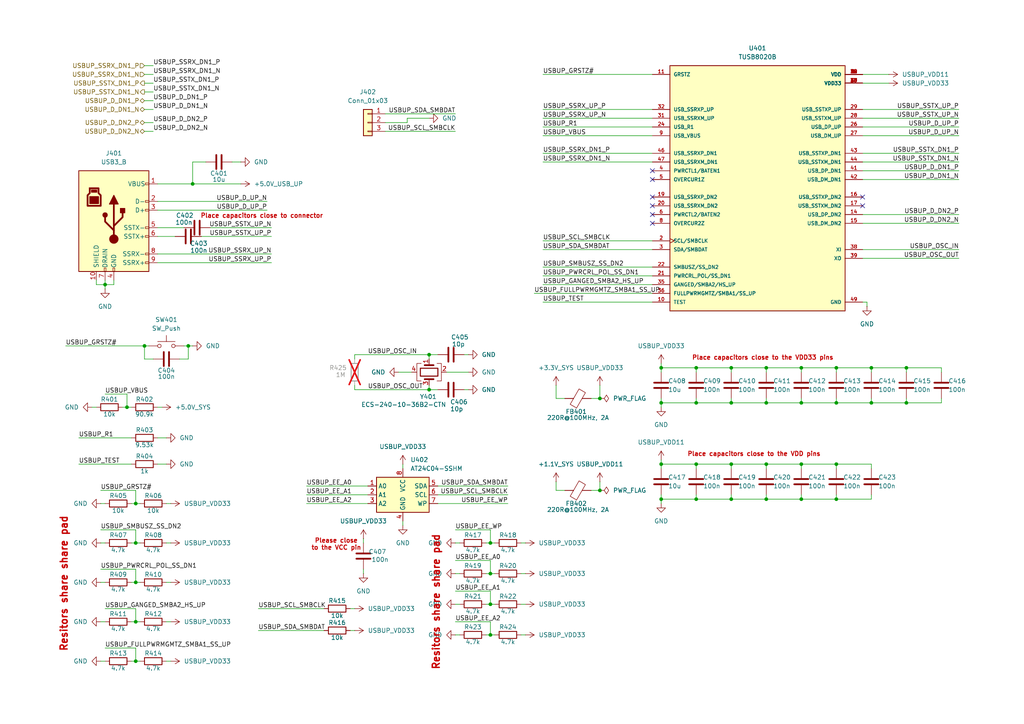
<source format=kicad_sch>
(kicad_sch (version 20231120) (generator "eeschema") (generator_version "8.0")
  (paper "A4")
  (title_block (title "USB Upstream") (date "2024-11-20") (rev "1.00") (company "elezbyl"))
  (junction (at 39.37 191.77))
  (junction (at 142.24 166.37))
  (junction (at 124.46 113.03))
  (junction (at 242.57 144.78))
  (junction (at 191.77 134.62))
  (junction (at 201.93 144.78))
  (junction (at 222.25 116.84))
  (junction (at 39.37 180.34))
  (junction (at 142.24 157.48))
  (junction (at 262.89 116.84))
  (junction (at 201.93 106.68))
  (junction (at 212.09 116.84))
  (junction (at 242.57 116.84))
  (junction (at 242.57 106.68))
  (junction (at 36.83 118.11))
  (junction (at 142.24 175.26))
  (junction (at 191.77 116.84))
  (junction (at 201.93 116.84))
  (junction (at 222.25 106.68))
  (junction (at 252.73 106.68))
  (junction (at 191.77 144.78))
  (junction (at 222.25 144.78))
  (junction (at 212.09 134.62))
  (junction (at 173.99 115.57))
  (junction (at 54.61 100.33))
  (junction (at 252.73 116.84))
  (junction (at 242.57 134.62))
  (junction (at 232.41 116.84))
  (junction (at 212.09 106.68))
  (junction (at 30.48 82.55))
  (junction (at 124.46 102.87))
  (junction (at 39.37 168.91))
  (junction (at 212.09 144.78))
  (junction (at 142.24 184.15))
  (junction (at 41.91 100.33))
  (junction (at 232.41 134.62))
  (junction (at 191.77 106.68))
  (junction (at 232.41 144.78))
  (junction (at 55.88 53.34))
  (junction (at 232.41 106.68))
  (junction (at 201.93 134.62))
  (junction (at 262.89 106.68))
  (junction (at 222.25 134.62))
  (junction (at 39.37 157.48))
  (junction (at 39.37 146.05))
  (junction (at 173.99 142.24))
  (no_connect (at 189.23 64.77))
  (no_connect (at 189.23 62.23))
  (no_connect (at 189.23 57.15))
  (no_connect (at 250.19 59.69))
  (no_connect (at 189.23 59.69))
  (no_connect (at 189.23 49.53))
  (no_connect (at 189.23 52.07))
  (no_connect (at 250.19 57.15))
  (wire (pts (xy 29.21 157.48) (xy 30.48 157.48)))
  (wire (pts (xy 102.87 111.76) (xy 102.87 113.03)))
  (wire (pts (xy 154.94 85.09) (xy 189.23 85.09)))
  (wire (pts (xy 132.08 157.48) (xy 133.35 157.48)))
  (wire (pts (xy 134.62 102.87) (xy 135.89 102.87)))
  (wire (pts (xy 142.24 175.26) (xy 143.51 175.26)))
  (wire (pts (xy 191.77 144.78) (xy 201.93 144.78)))
  (wire (pts (xy 30.48 82.55) (xy 30.48 83.82)))
  (wire (pts (xy 41.91 38.1) (xy 44.45 38.1)))
  (wire (pts (xy 250.19 21.59) (xy 257.81 21.59)))
  (wire (pts (xy 29.21 142.24) (xy 39.37 142.24)))
  (wire (pts (xy 250.19 62.23) (xy 278.13 62.23)))
  (wire (pts (xy 116.84 151.13) (xy 116.84 152.4)))
  (wire (pts (xy 27.94 82.55) (xy 30.48 82.55)))
  (wire (pts (xy 252.73 106.68) (xy 262.89 106.68)))
  (wire (pts (xy 124.46 102.87) (xy 124.46 104.14)))
  (wire (pts (xy 201.93 106.68) (xy 212.09 106.68)))
  (wire (pts (xy 53.34 100.33) (xy 54.61 100.33)))
  (wire (pts (xy 262.89 106.68) (xy 262.89 107.95)))
  (wire (pts (xy 30.48 81.28) (xy 30.48 82.55)))
  (wire (pts (xy 252.73 134.62) (xy 252.73 135.89)))
  (wire (pts (xy 191.77 105.41) (xy 191.77 106.68)))
  (wire (pts (xy 157.48 82.55) (xy 189.23 82.55)))
  (wire (pts (xy 45.72 58.42) (xy 77.47 58.42)))
  (wire (pts (xy 60.96 66.04) (xy 78.74 66.04)))
  (wire (pts (xy 115.57 107.95) (xy 119.38 107.95)))
  (wire (pts (xy 39.37 187.96) (xy 39.37 191.77)))
  (wire (pts (xy 127 140.97) (xy 147.32 140.97)))
  (wire (pts (xy 232.41 134.62) (xy 232.41 135.89)))
  (wire (pts (xy 118.11 34.29) (xy 118.11 35.56)))
  (wire (pts (xy 38.1 180.34) (xy 39.37 180.34)))
  (wire (pts (xy 129.54 107.95) (xy 135.89 107.95)))
  (wire (pts (xy 191.77 106.68) (xy 201.93 106.68)))
  (wire (pts (xy 36.83 118.11) (xy 38.1 118.11)))
  (wire (pts (xy 161.29 111.76) (xy 161.29 115.57)))
  (wire (pts (xy 262.89 106.68) (xy 273.05 106.68)))
  (wire (pts (xy 116.84 134.62) (xy 116.84 135.89)))
  (wire (pts (xy 132.08 175.26) (xy 133.35 175.26)))
  (wire (pts (xy 88.9 140.97) (xy 106.68 140.97)))
  (wire (pts (xy 191.77 134.62) (xy 191.77 135.89)))
  (wire (pts (xy 191.77 143.51) (xy 191.77 144.78)))
  (wire (pts (xy 39.37 146.05) (xy 40.64 146.05)))
  (wire (pts (xy 273.05 106.68) (xy 273.05 107.95)))
  (wire (pts (xy 22.86 134.62) (xy 38.1 134.62)))
  (wire (pts (xy 41.91 35.56) (xy 44.45 35.56)))
  (wire (pts (xy 157.48 34.29) (xy 189.23 34.29)))
  (wire (pts (xy 55.88 53.34) (xy 69.85 53.34)))
  (wire (pts (xy 171.45 115.57) (xy 173.99 115.57)))
  (wire (pts (xy 39.37 191.77) (xy 40.64 191.77)))
  (wire (pts (xy 212.09 135.89) (xy 212.09 134.62)))
  (wire (pts (xy 157.48 31.75) (xy 189.23 31.75)))
  (wire (pts (xy 30.48 114.3) (xy 36.83 114.3)))
  (wire (pts (xy 157.48 36.83) (xy 189.23 36.83)))
  (wire (pts (xy 124.46 102.87) (xy 127 102.87)))
  (wire (pts (xy 250.19 52.07) (xy 278.13 52.07)))
  (wire (pts (xy 212.09 115.57) (xy 212.09 116.84)))
  (wire (pts (xy 26.67 118.11) (xy 27.94 118.11)))
  (wire (pts (xy 242.57 106.68) (xy 252.73 106.68)))
  (wire (pts (xy 242.57 144.78) (xy 232.41 144.78)))
  (wire (pts (xy 45.72 66.04) (xy 53.34 66.04)))
  (wire (pts (xy 173.99 115.57) (xy 173.99 111.76)))
  (wire (pts (xy 101.6 176.53) (xy 102.87 176.53)))
  (wire (pts (xy 222.25 143.51) (xy 222.25 144.78)))
  (wire (pts (xy 127 146.05) (xy 147.32 146.05)))
  (wire (pts (xy 45.72 68.58) (xy 50.8 68.58)))
  (wire (pts (xy 242.57 143.51) (xy 242.57 144.78)))
  (wire (pts (xy 67.31 46.99) (xy 69.85 46.99)))
  (wire (pts (xy 222.25 134.62) (xy 232.41 134.62)))
  (wire (pts (xy 151.13 175.26) (xy 152.4 175.26)))
  (wire (pts (xy 250.19 64.77) (xy 278.13 64.77)))
  (wire (pts (xy 105.41 156.21) (xy 105.41 157.48)))
  (wire (pts (xy 132.08 180.34) (xy 142.24 180.34)))
  (wire (pts (xy 41.91 21.59) (xy 44.45 21.59)))
  (wire (pts (xy 212.09 107.95) (xy 212.09 106.68)))
  (wire (pts (xy 48.26 191.77) (xy 49.53 191.77)))
  (wire (pts (xy 232.41 115.57) (xy 232.41 116.84)))
  (wire (pts (xy 201.93 134.62) (xy 212.09 134.62)))
  (wire (pts (xy 29.21 168.91) (xy 30.48 168.91)))
  (wire (pts (xy 157.48 69.85) (xy 189.23 69.85)))
  (wire (pts (xy 157.48 44.45) (xy 189.23 44.45)))
  (wire (pts (xy 273.05 116.84) (xy 262.89 116.84)))
  (wire (pts (xy 191.77 116.84) (xy 201.93 116.84)))
  (wire (pts (xy 38.1 146.05) (xy 39.37 146.05)))
  (wire (pts (xy 41.91 100.33) (xy 43.18 100.33)))
  (wire (pts (xy 201.93 106.68) (xy 201.93 107.95)))
  (wire (pts (xy 173.99 142.24) (xy 171.45 142.24)))
  (wire (pts (xy 251.46 87.63) (xy 250.19 87.63)))
  (wire (pts (xy 252.73 106.68) (xy 252.73 107.95)))
  (wire (pts (xy 55.88 46.99) (xy 55.88 53.34)))
  (wire (pts (xy 41.91 26.67) (xy 44.45 26.67)))
  (wire (pts (xy 39.37 180.34) (xy 40.64 180.34)))
  (wire (pts (xy 252.73 143.51) (xy 252.73 144.78)))
  (wire (pts (xy 74.93 176.53) (xy 93.98 176.53)))
  (wire (pts (xy 140.97 184.15) (xy 142.24 184.15)))
  (wire (pts (xy 132.08 166.37) (xy 133.35 166.37)))
  (wire (pts (xy 41.91 29.21) (xy 44.45 29.21)))
  (wire (pts (xy 232.41 106.68) (xy 242.57 106.68)))
  (wire (pts (xy 102.87 113.03) (xy 124.46 113.03)))
  (wire (pts (xy 29.21 153.67) (xy 39.37 153.67)))
  (wire (pts (xy 38.1 157.48) (xy 39.37 157.48)))
  (wire (pts (xy 191.77 106.68) (xy 191.77 107.95)))
  (wire (pts (xy 142.24 180.34) (xy 142.24 184.15)))
  (wire (pts (xy 242.57 115.57) (xy 242.57 116.84)))
  (wire (pts (xy 161.29 115.57) (xy 163.83 115.57)))
  (wire (pts (xy 232.41 106.68) (xy 232.41 107.95)))
  (wire (pts (xy 45.72 118.11) (xy 46.99 118.11)))
  (wire (pts (xy 232.41 116.84) (xy 242.57 116.84)))
  (wire (pts (xy 39.37 176.53) (xy 39.37 180.34)))
  (wire (pts (xy 48.26 168.91) (xy 49.53 168.91)))
  (wire (pts (xy 30.48 187.96) (xy 39.37 187.96)))
  (wire (pts (xy 132.08 184.15) (xy 133.35 184.15)))
  (wire (pts (xy 38.1 168.91) (xy 39.37 168.91)))
  (wire (pts (xy 212.09 144.78) (xy 222.25 144.78)))
  (wire (pts (xy 48.26 180.34) (xy 49.53 180.34)))
  (wire (pts (xy 39.37 153.67) (xy 39.37 157.48)))
  (wire (pts (xy 242.57 116.84) (xy 252.73 116.84)))
  (wire (pts (xy 201.93 116.84) (xy 212.09 116.84)))
  (wire (pts (xy 140.97 166.37) (xy 142.24 166.37)))
  (wire (pts (xy 157.48 80.01) (xy 189.23 80.01)))
  (wire (pts (xy 41.91 24.13) (xy 44.45 24.13)))
  (wire (pts (xy 52.07 104.14) (xy 54.61 104.14)))
  (wire (pts (xy 222.25 135.89) (xy 222.25 134.62)))
  (wire (pts (xy 39.37 168.91) (xy 40.64 168.91)))
  (wire (pts (xy 74.93 182.88) (xy 93.98 182.88)))
  (wire (pts (xy 118.11 35.56) (xy 111.76 35.56)))
  (wire (pts (xy 59.69 46.99) (xy 55.88 46.99)))
  (wire (pts (xy 161.29 142.24) (xy 163.83 142.24)))
  (wire (pts (xy 29.21 146.05) (xy 30.48 146.05)))
  (wire (pts (xy 201.93 143.51) (xy 201.93 144.78)))
  (wire (pts (xy 44.45 104.14) (xy 41.91 104.14)))
  (wire (pts (xy 212.09 106.68) (xy 222.25 106.68)))
  (wire (pts (xy 102.87 104.14) (xy 102.87 102.87)))
  (wire (pts (xy 29.21 165.1) (xy 39.37 165.1)))
  (wire (pts (xy 157.48 72.39) (xy 189.23 72.39)))
  (wire (pts (xy 142.24 166.37) (xy 143.51 166.37)))
  (wire (pts (xy 101.6 182.88) (xy 102.87 182.88)))
  (wire (pts (xy 222.25 115.57) (xy 222.25 116.84)))
  (wire (pts (xy 191.77 146.05) (xy 191.77 144.78)))
  (wire (pts (xy 140.97 157.48) (xy 142.24 157.48)))
  (wire (pts (xy 111.76 38.1) (xy 132.08 38.1)))
  (wire (pts (xy 252.73 115.57) (xy 252.73 116.84)))
  (wire (pts (xy 142.24 153.67) (xy 142.24 157.48)))
  (wire (pts (xy 140.97 175.26) (xy 142.24 175.26)))
  (wire (pts (xy 250.19 34.29) (xy 278.13 34.29)))
  (wire (pts (xy 151.13 157.48) (xy 152.4 157.48)))
  (wire (pts (xy 29.21 191.77) (xy 30.48 191.77)))
  (wire (pts (xy 27.94 81.28) (xy 27.94 82.55)))
  (wire (pts (xy 262.89 115.57) (xy 262.89 116.84)))
  (wire (pts (xy 201.93 115.57) (xy 201.93 116.84)))
  (wire (pts (xy 127 143.51) (xy 147.32 143.51)))
  (wire (pts (xy 55.88 100.33) (xy 54.61 100.33)))
  (wire (pts (xy 142.24 184.15) (xy 143.51 184.15)))
  (wire (pts (xy 88.9 143.51) (xy 106.68 143.51)))
  (wire (pts (xy 201.93 144.78) (xy 212.09 144.78)))
  (wire (pts (xy 157.48 21.59) (xy 189.23 21.59)))
  (wire (pts (xy 212.09 143.51) (xy 212.09 144.78)))
  (wire (pts (xy 161.29 139.7) (xy 161.29 142.24)))
  (wire (pts (xy 250.19 24.13) (xy 257.81 24.13)))
  (wire (pts (xy 273.05 115.57) (xy 273.05 116.84)))
  (wire (pts (xy 45.72 127) (xy 48.26 127)))
  (wire (pts (xy 48.26 146.05) (xy 49.53 146.05)))
  (wire (pts (xy 45.72 60.96) (xy 77.47 60.96)))
  (wire (pts (xy 191.77 134.62) (xy 201.93 134.62)))
  (wire (pts (xy 250.19 31.75) (xy 278.13 31.75)))
  (wire (pts (xy 41.91 100.33) (xy 41.91 104.14)))
  (wire (pts (xy 124.46 113.03) (xy 127 113.03)))
  (wire (pts (xy 88.9 146.05) (xy 106.68 146.05)))
  (wire (pts (xy 191.77 133.35) (xy 191.77 134.62)))
  (wire (pts (xy 151.13 166.37) (xy 152.4 166.37)))
  (wire (pts (xy 157.48 39.37) (xy 189.23 39.37)))
  (wire (pts (xy 242.57 134.62) (xy 242.57 135.89)))
  (wire (pts (xy 39.37 165.1) (xy 39.37 168.91)))
  (wire (pts (xy 251.46 88.9) (xy 251.46 87.63)))
  (wire (pts (xy 35.56 118.11) (xy 36.83 118.11)))
  (wire (pts (xy 252.73 116.84) (xy 262.89 116.84)))
  (wire (pts (xy 33.02 82.55) (xy 30.48 82.55)))
  (wire (pts (xy 250.19 49.53) (xy 278.13 49.53)))
  (wire (pts (xy 124.46 113.03) (xy 124.46 111.76)))
  (wire (pts (xy 102.87 102.87) (xy 124.46 102.87)))
  (wire (pts (xy 29.21 180.34) (xy 30.48 180.34)))
  (wire (pts (xy 48.26 157.48) (xy 49.53 157.48)))
  (wire (pts (xy 157.48 77.47) (xy 189.23 77.47)))
  (wire (pts (xy 45.72 76.2) (xy 78.74 76.2)))
  (wire (pts (xy 252.73 144.78) (xy 242.57 144.78)))
  (wire (pts (xy 45.72 134.62) (xy 48.26 134.62)))
  (wire (pts (xy 142.24 157.48) (xy 143.51 157.48)))
  (wire (pts (xy 41.91 100.33) (xy 19.05 100.33)))
  (wire (pts (xy 222.25 107.95) (xy 222.25 106.68)))
  (wire (pts (xy 242.57 134.62) (xy 252.73 134.62)))
  (wire (pts (xy 232.41 143.51) (xy 232.41 144.78)))
  (wire (pts (xy 232.41 134.62) (xy 242.57 134.62)))
  (wire (pts (xy 134.62 113.03) (xy 135.89 113.03)))
  (wire (pts (xy 45.72 73.66) (xy 78.74 73.66)))
  (wire (pts (xy 250.19 44.45) (xy 278.13 44.45)))
  (wire (pts (xy 191.77 118.11) (xy 191.77 116.84)))
  (wire (pts (xy 132.08 171.45) (xy 142.24 171.45)))
  (wire (pts (xy 191.77 115.57) (xy 191.77 116.84)))
  (wire (pts (xy 41.91 19.05) (xy 44.45 19.05)))
  (wire (pts (xy 157.48 46.99) (xy 189.23 46.99)))
  (wire (pts (xy 242.57 106.68) (xy 242.57 107.95)))
  (wire (pts (xy 151.13 184.15) (xy 152.4 184.15)))
  (wire (pts (xy 222.25 144.78) (xy 232.41 144.78)))
  (wire (pts (xy 250.19 72.39) (xy 278.13 72.39)))
  (wire (pts (xy 142.24 171.45) (xy 142.24 175.26)))
  (wire (pts (xy 30.48 176.53) (xy 39.37 176.53)))
  (wire (pts (xy 39.37 157.48) (xy 40.64 157.48)))
  (wire (pts (xy 58.42 68.58) (xy 78.74 68.58)))
  (wire (pts (xy 212.09 134.62) (xy 222.25 134.62)))
  (wire (pts (xy 54.61 104.14) (xy 54.61 100.33)))
  (wire (pts (xy 250.19 36.83) (xy 278.13 36.83)))
  (wire (pts (xy 132.08 153.67) (xy 142.24 153.67)))
  (wire (pts (xy 33.02 81.28) (xy 33.02 82.55)))
  (wire (pts (xy 124.46 34.29) (xy 118.11 34.29)))
  (wire (pts (xy 201.93 134.62) (xy 201.93 135.89)))
  (wire (pts (xy 38.1 191.77) (xy 39.37 191.77)))
  (wire (pts (xy 36.83 114.3) (xy 36.83 118.11)))
  (wire (pts (xy 132.08 162.56) (xy 142.24 162.56)))
  (wire (pts (xy 45.72 53.34) (xy 55.88 53.34)))
  (wire (pts (xy 250.19 74.93) (xy 278.13 74.93)))
  (wire (pts (xy 222.25 106.68) (xy 232.41 106.68)))
  (wire (pts (xy 22.86 127) (xy 38.1 127)))
  (wire (pts (xy 173.99 139.7) (xy 173.99 142.24)))
  (wire (pts (xy 250.19 46.99) (xy 278.13 46.99)))
  (wire (pts (xy 142.24 162.56) (xy 142.24 166.37)))
  (wire (pts (xy 111.76 33.02) (xy 132.08 33.02)))
  (wire (pts (xy 39.37 142.24) (xy 39.37 146.05)))
  (wire (pts (xy 157.48 87.63) (xy 189.23 87.63)))
  (wire (pts (xy 212.09 116.84) (xy 222.25 116.84)))
  (wire (pts (xy 105.41 165.1) (xy 105.41 166.37)))
  (wire (pts (xy 41.91 31.75) (xy 44.45 31.75)))
  (wire (pts (xy 222.25 116.84) (xy 232.41 116.84)))
  (wire (pts (xy 250.19 39.37) (xy 278.13 39.37)))
  (text "Resitors share share pad" (at 126.492 174.752 90) (effects (font (size 2.032 2.032) (thickness 0.4064) (bold yes))))
  (text "Please close\nto the VCC pin" (at 97.536 157.988 0) (effects (font (size 1.27 1.27) (thickness 0.254) (bold yes))))
  (text "Resitors share share pad" (at 18.542 169.418 90) (effects (font (size 2.032 2.032) (thickness 0.4064) (bold yes))))
  (text "Place capacitors close to the VDD pins" (at 218.694 131.826 0) (effects (font (size 1.27 1.27) (thickness 0.254) (bold yes))))
  (text "Place capacitors close to the VDD33 pins" (at 221.234 103.886 0) (effects (font (size 1.27 1.27) (thickness 0.254) (bold yes))))
  (text "Place capacitors close to connector" (at 75.946 62.738 0) (effects (font (size 1.27 1.27) (thickness 0.254) (bold yes))))
  (label "USBUP_D_DN2_P" (at 278.13 62.23 180))
  (label "USBUP_GRSTZ#" (at 29.21 142.24 0))
  (label "USBUP_OSC_OUT" (at 106.68 113.03 0))
  (label "USBUP_GANGED_SMBA2_HS_UP" (at 30.48 176.53 0))
  (label "USBUP_EE_A2" (at 88.9 146.05 0))
  (label "USBUP_D_DN2_P" (at 44.45 35.56 0))
  (label "USBUP_FULLPWRMGMTZ_SMBA1_SS_UP" (at 30.48 187.96 0))
  (label "USBUP_SDA_SMBDAT" (at 132.08 33.02 180))
  (label "USBUP_SSTX_DN1_P" (at 44.45 24.13 0))
  (label "USBUP_VBUS" (at 30.48 114.3 0))
  (label "USBUP_SCL_SMBCLK" (at 74.93 176.53 0))
  (label "USBUP_SSRX_UP_N" (at 78.74 73.66 180))
  (label "USBUP_D_DN1_P" (at 44.45 29.21 0))
  (label "USBUP_SCL_SMBCLK" (at 147.32 143.51 180))
  (label "USBUP_SDA_SMBDAT" (at 74.93 182.88 0))
  (label "USBUP_SSTX_UP_N" (at 78.74 66.04 180))
  (label "USBUP_D_UP_P" (at 77.47 60.96 180))
  (label "USBUP_FULLPWRMGMTZ_SMBA1_SS_UP" (at 154.94 85.09 0))
  (label "USBUP_PWRCRL_POL_SS_DN1" (at 157.48 80.01 0))
  (label "USBUP_D_UP_N" (at 77.47 58.42 180))
  (label "USBUP_EE_WP" (at 147.32 146.05 180))
  (label "USBUP_SSRX_UP_N" (at 157.48 34.29 0))
  (label "USBUP_SSTX_DN1_N" (at 278.13 46.99 180))
  (label "USBUP_SCL_SMBCLK" (at 132.08 38.1 180))
  (label "USBUP_EE_A0" (at 88.9 140.97 0))
  (label "USBUP_SSTX_UP_P" (at 278.13 31.75 180))
  (label "USBUP_GRSTZ#" (at 19.05 100.33 0))
  (label "USBUP_D_UP_P" (at 278.13 36.83 180))
  (label "USBUP_EE_A0" (at 132.08 162.56 0))
  (label "USBUP_SSRX_UP_P" (at 78.74 76.2 180))
  (label "USBUP_D_DN2_N" (at 44.45 38.1 0))
  (label "USBUP_PWRCRL_POL_SS_DN1" (at 29.21 165.1 0))
  (label "USBUP_EE_A1" (at 132.08 171.45 0))
  (label "USBUP_SSRX_DN1_N" (at 157.48 46.99 0))
  (label "USBUP_SCL_SMBCLK" (at 157.48 69.85 0))
  (label "USBUP_R1" (at 157.48 36.83 0))
  (label "USBUP_GRSTZ#" (at 157.48 21.59 0))
  (label "USBUP_SSTX_UP_N" (at 278.13 34.29 180))
  (label "USBUP_EE_A2" (at 132.08 180.34 0))
  (label "USBUP_SSRX_DN1_P" (at 44.45 19.05 0))
  (label "USBUP_TEST" (at 157.48 87.63 0))
  (label "USBUP_SSTX_DN1_P" (at 278.13 44.45 180))
  (label "USBUP_R1" (at 22.86 127 0))
  (label "USBUP_EE_A1" (at 88.9 143.51 0))
  (label "USBUP_SDA_SMBDAT" (at 147.32 140.97 180))
  (label "USBUP_SMBUSZ_SS_DN2" (at 157.48 77.47 0))
  (label "USBUP_OSC_OUT" (at 278.13 74.93 180))
  (label "USBUP_SSRX_UP_P" (at 157.48 31.75 0))
  (label "USBUP_SSTX_UP_P" (at 78.74 68.58 180))
  (label "USBUP_VBUS" (at 157.48 39.37 0))
  (label "USBUP_D_UP_N" (at 278.13 39.37 180))
  (label "USBUP_SDA_SMBDAT" (at 157.48 72.39 0))
  (label "USBUP_SSRX_DN1_P" (at 157.48 44.45 0))
  (label "USBUP_SMBUSZ_SS_DN2" (at 29.21 153.67 0))
  (label "USBUP_OSC_IN" (at 278.13 72.39 180))
  (label "USBUP_D_DN1_N" (at 44.45 31.75 0))
  (label "USBUP_OSC_IN" (at 106.68 102.87 0))
  (label "USBUP_EE_WP" (at 132.08 153.67 0))
  (label "USBUP_SSTX_DN1_N" (at 44.45 26.67 0))
  (label "USBUP_SSRX_DN1_N" (at 44.45 21.59 0))
  (label "USBUP_D_DN1_P" (at 278.13 49.53 180))
  (label "USBUP_TEST" (at 22.86 134.62 0))
  (label "USBUP_D_DN1_N" (at 278.13 52.07 180))
  (label "USBUP_GANGED_SMBA2_HS_UP" (at 157.48 82.55 0))
  (label "USBUP_D_DN2_N" (at 278.13 64.77 180))
  (hierarchical_label "USBUP_D_DN2_P" (shape bidirectional) (at 41.91 35.56 180))
  (hierarchical_label "USBUP_D_DN1_N" (shape bidirectional) (at 41.91 31.75 180))
  (hierarchical_label "USBUP_SSRX_DN1_N" (shape input) (at 41.91 21.59 180))
  (hierarchical_label "USBUP_SSTX_DN1_N" (shape output) (at 41.91 26.67 180))
  (hierarchical_label "USBUP_SSTX_DN1_P" (shape output) (at 41.91 24.13 180))
  (hierarchical_label "USBUP_SSRX_DN1_P" (shape input) (at 41.91 19.05 180))
  (hierarchical_label "USBUP_D_DN2_N" (shape bidirectional) (at 41.91 38.1 180))
  (hierarchical_label "USBUP_D_DN1_P" (shape bidirectional) (at 41.91 29.21 180))
  (symbol (lib_id "power:+3.3V") (at 257.81 21.59 270) (unit 1)
    (property "Reference" "#PWR0444" (effects (hide yes)))
    (property "Value" "USBUP_VDD11" (at 261.62 21.5899 90) (effects (justify left)))
    (property "Description" "Power symbol creates a global label with name \"+1.1V\"" (effects (hide yes)))
  )
  (symbol (lib_id "Device:C") (at 212.09 111.76 0) (unit 1)
    (property "Reference" "C410" (at 214.122 110.49 0) (effects (justify left)))
    (property "Value" "100n" (at 214.122 113.03 0) (effects (justify left)))
    (property "Footprint" "Capacitor_SMD:C_0603_1608Metric_Pad1.08x0.95mm_HandSolder" (effects (hide yes)))
    (property "Description" "Unpolarized capacitor" (effects (hide yes)))
  )
  (symbol (lib_id "Device:R") (at 34.29 191.77 90) (unit 1)
    (property "Reference" "R413" (at 34.29 189.484 90))
    (property "Value" "4.7k" (at 34.29 193.802 90))
    (property "Footprint" "Resistor_SMD:R_0603_1608Metric_Pad0.98x0.95mm_HandSolder" (effects (hide yes)))
    (property "Description" "Resistor" (effects (hide yes)))
    (property "Parameters" "1%, 100mW" (effects (hide yes)))
  )
  (symbol (lib_id "power:+3.3V") (at 116.84 134.62 0) (unit 1)
    (property "Reference" "#PWR0422" (effects (hide yes)))
    (property "Value" "USBUP_VDD33" (at 116.84 129.54 0))
    (property "Description" "Power symbol creates a global label with name \"+3.3V\"" (effects (hide yes)))
  )
  (symbol (lib_id "power:GND") (at 191.77 118.11 0) (unit 1)
    (property "Reference" "#PWR0440" (effects (hide yes)))
    (property "Value" "GND" (at 191.77 123.19 0))
    (property "Description" "Power symbol creates a global label with name \"GND\" , ground" (effects (hide yes)))
  )
  (symbol (lib_id "Device:FerriteBead") (at 167.64 142.24 90) (unit 1)
    (property "Reference" "FB402" (at 167.132 146.05 90))
    (property "Value" "220R@100MHz, 2A" (at 167.64 147.828 90))
    (property "Footprint" "Inductor_SMD:L_0805_2012Metric_Pad1.05x1.20mm_HandSolder" (effects (hide yes)))
    (property "Description" "Ferrite bead" (effects (hide yes)))
    (property "Paramters" "BLM21PG221SN1D, 220Ohm @ 100MHz, 2A, 25 %, 50 mOhms" (effects (hide yes)))
    (property "Farnell" "1515661" (effects (hide yes)))
    (property "Mouser" "81-BLM21P221SG" (effects (hide yes)))
  )
  (symbol (lib_id "Device:C") (at 191.77 139.7 0) (unit 1)
    (property "Reference" "C417" (at 193.802 138.43 0) (effects (justify left)))
    (property "Value" "10u" (at 193.802 140.97 0) (effects (justify left)))
    (property "Footprint" "Capacitor_SMD:C_0805_2012Metric_Pad1.18x1.45mm_HandSolder" (effects (hide yes)))
    (property "Description" "Unpolarized capacitor" (effects (hide yes)))
  )
  (symbol (lib_id "power:+3.3V") (at 257.81 24.13 270) (unit 1)
    (property "Reference" "#PWR0445" (effects (hide yes)))
    (property "Value" "USBUP_VDD33" (at 261.62 24.1299 90) (effects (justify left)))
    (property "Description" "Power symbol creates a global label with name \"+3.3V\"" (effects (hide yes)))
  )
  (symbol (lib_id "power:GND") (at 135.89 107.95 90) (unit 1)
    (property "Reference" "#PWR0429" (effects (hide yes)))
    (property "Value" "GND" (at 139.7 107.9499 90) (effects (justify right)))
    (property "Description" "Power symbol creates a global label with name \"GND\" , ground" (effects (hide yes)))
  )
  (symbol (lib_id "Device:R") (at 34.29 180.34 90) (unit 1)
    (property "Reference" "R411" (at 34.29 178.054 90))
    (property "Value" "4.7k" (at 34.29 182.372 90))
    (property "Footprint" "Resistor_SMD:R_0603_1608Metric_Pad0.98x0.95mm_HandSolder" (effects (hide yes)))
    (property "Description" "Resistor" (effects (hide yes)))
    (property "Parameters" "1%, 100mW" (effects (hide yes)))
  )
  (symbol (lib_id "Device:R") (at 147.32 166.37 90) (unit 1)
    (property "Reference" "R420" (at 147.32 164.084 90))
    (property "Value" "4.7k" (at 147.32 168.402 90))
    (property "Footprint" "Resistor_SMD:R_0603_1608Metric_Pad0.98x0.95mm_HandSolder" (effects (hide yes)))
    (property "Description" "Resistor" (effects (hide yes)))
    (property "Parameters" "1%, 100mW" (effects (hide yes)))
  )
  (symbol (lib_id "power:+3.3V") (at 49.53 146.05 270) (unit 1)
    (property "Reference" "#PWR0448" (effects (hide yes)))
    (property "Value" "USBUP_VDD33" (at 53.34 146.0499 90) (effects (justify left)))
    (property "Description" "Power symbol creates a global label with name \"+3.3V\"" (effects (hide yes)))
  )
  (symbol (lib_id "Device:C") (at 252.73 139.7 0) (unit 1)
    (property "Reference" "C423" (at 254.762 138.43 0) (effects (justify left)))
    (property "Value" "100n" (at 254.762 140.97 0) (effects (justify left)))
    (property "Footprint" "Capacitor_SMD:C_0603_1608Metric_Pad1.08x0.95mm_HandSolder" (effects (hide yes)))
    (property "Description" "Unpolarized capacitor" (effects (hide yes)))
  )
  (symbol (lib_id "power:GND") (at 48.26 134.62 90) (unit 1)
    (property "Reference" "#PWR0409" (effects (hide yes)))
    (property "Value" "GND" (at 52.07 134.6199 90) (effects (justify right)))
    (property "Description" "Power symbol creates a global label with name \"GND\" , ground" (effects (hide yes)))
  )
  (symbol (lib_id "power:GND") (at 29.21 191.77 270) (unit 1)
    (property "Reference" "#PWR0405" (effects (hide yes)))
    (property "Value" "GND" (at 25.4 191.7699 90) (effects (justify right)))
    (property "Description" "Power symbol creates a global label with name \"GND\" , ground" (effects (hide yes)))
  )
  (symbol (lib_id "Device:C") (at 105.41 161.29 0) (mirror y) (unit 1)
    (property "Reference" "C407" (at 109.474 160.02 0))
    (property "Value" "100n" (at 110.236 162.306 0))
    (property "Footprint" "Capacitor_SMD:C_0603_1608Metric_Pad1.08x0.95mm_HandSolder" (effects (hide yes)))
    (property "Description" "Unpolarized capacitor" (effects (hide yes)))
  )
  (symbol (lib_id "power:+3.3V") (at 152.4 157.48 270) (unit 1)
    (property "Reference" "#PWR0431" (effects (hide yes)))
    (property "Value" "USBUP_VDD33" (at 156.21 157.4799 90) (effects (justify left)))
    (property "Description" "Power symbol creates a global label with name \"+3.3V\"" (effects (hide yes)))
  )
  (symbol (lib_id "power:+5V") (at 69.85 53.34 270) (unit 1)
    (property "Reference" "#PWR0416" (effects (hide yes)))
    (property "Value" "+5.0V_USB_UP" (at 73.66 53.3399 90) (effects (justify left)))
    (property "Description" "Power symbol creates a global label with name \"+5V\"" (effects (hide yes)))
  )
  (symbol (lib_id "power:GND") (at 191.77 146.05 0) (unit 1)
    (property "Reference" "#PWR0442" (effects (hide yes)))
    (property "Value" "GND" (at 191.77 151.13 0))
    (property "Description" "Power symbol creates a global label with name \"GND\" , ground" (effects (hide yes)))
  )
  (symbol (lib_id "Device:R") (at 41.91 127 90) (unit 1)
    (property "Reference" "R403" (at 41.91 124.714 90))
    (property "Value" "9.53k" (at 41.91 129.032 90))
    (property "Footprint" "Resistor_SMD:R_0603_1608Metric_Pad0.98x0.95mm_HandSolder" (effects (hide yes)))
    (property "Description" "Resistor" (effects (hide yes)))
    (property "Parameters" "1%, 100mW" (effects (hide yes)))
  )
  (symbol (lib_id "Device:R") (at 147.32 184.15 90) (unit 1)
    (property "Reference" "R424" (at 147.32 181.864 90))
    (property "Value" "4.7k" (at 147.32 186.182 90))
    (property "Footprint" "Resistor_SMD:R_0603_1608Metric_Pad0.98x0.95mm_HandSolder" (effects (hide yes)))
    (property "Description" "Resistor" (effects (hide yes)))
    (property "Parameters" "1%, 100mW" (effects (hide yes)))
  )
  (symbol (lib_id "Device:C") (at 63.5 46.99 270) (mirror x) (unit 1)
    (property "Reference" "C401" (at 63.5 50.292 90))
    (property "Value" "10u" (at 63.5 52.07 90))
    (property "Footprint" "Capacitor_SMD:C_0603_1608Metric_Pad1.08x0.95mm_HandSolder" (effects (hide yes)))
    (property "Description" "Unpolarized capacitor" (effects (hide yes)))
  )
  (symbol (lib_id "power:+3.3V") (at 46.99 118.11 270) (unit 1)
    (property "Reference" "#PWR0407" (effects (hide yes)))
    (property "Value" "+5.0V_SYS" (at 50.8 118.1099 90) (effects (justify left)))
    (property "Description" "Power symbol creates a global label with name \"+1.1V\"" (effects (hide yes)))
  )
  (symbol (lib_id "power:GND") (at 132.08 184.15 270) (unit 1)
    (property "Reference" "#PWR0427" (effects (hide yes)))
    (property "Value" "GND" (at 128.27 184.1499 90) (effects (justify right)))
    (property "Description" "Power symbol creates a global label with name \"GND\" , ground" (effects (hide yes)))
  )
  (symbol (lib_id "power:+3.3V") (at 49.53 157.48 270) (unit 1)
    (property "Reference" "#PWR0410" (effects (hide yes)))
    (property "Value" "USBUP_VDD33" (at 53.34 157.4799 90) (effects (justify left)))
    (property "Description" "Power symbol creates a global label with name \"+3.3V\"" (effects (hide yes)))
  )
  (symbol (lib_id "Device:C") (at 222.25 111.76 0) (unit 1)
    (property "Reference" "C411" (at 224.282 110.49 0) (effects (justify left)))
    (property "Value" "100n" (at 224.282 113.03 0) (effects (justify left)))
    (property "Footprint" "Capacitor_SMD:C_0603_1608Metric_Pad1.08x0.95mm_HandSolder" (effects (hide yes)))
    (property "Description" "Unpolarized capacitor" (effects (hide yes)))
  )
  (symbol (lib_id "Device:R") (at 97.79 182.88 90) (unit 1)
    (property "Reference" "R416" (at 97.79 180.594 90))
    (property "Value" "10k" (at 97.79 184.912 90))
    (property "Footprint" "Resistor_SMD:R_0603_1608Metric_Pad0.98x0.95mm_HandSolder" (effects (hide yes)))
    (property "Description" "Resistor" (effects (hide yes)))
    (property "Parameters" "1%, 100mW" (effects (hide yes)))
  )
  (symbol (lib_id "Device:C") (at 273.05 111.76 0) (unit 1)
    (property "Reference" "C416" (at 275.082 110.49 0) (effects (justify left)))
    (property "Value" "100n" (at 275.082 113.03 0) (effects (justify left)))
    (property "Footprint" "Capacitor_SMD:C_0603_1608Metric_Pad1.08x0.95mm_HandSolder" (effects (hide yes)))
    (property "Description" "Unpolarized capacitor" (effects (hide yes)))
  )
  (symbol (lib_id "Device:C") (at 252.73 111.76 0) (unit 1)
    (property "Reference" "C414" (at 254.762 110.49 0) (effects (justify left)))
    (property "Value" "100n" (at 254.762 113.03 0) (effects (justify left)))
    (property "Footprint" "Capacitor_SMD:C_0603_1608Metric_Pad1.08x0.95mm_HandSolder" (effects (hide yes)))
    (property "Description" "Unpolarized capacitor" (effects (hide yes)))
  )
  (symbol (lib_id "Device:C") (at 191.77 111.76 0) (unit 1)
    (property "Reference" "C408" (at 193.802 110.49 0) (effects (justify left)))
    (property "Value" "10u" (at 193.802 113.03 0) (effects (justify left)))
    (property "Footprint" "Capacitor_SMD:C_0805_2012Metric_Pad1.18x1.45mm_HandSolder" (effects (hide yes)))
    (property "Description" "Unpolarized capacitor" (effects (hide yes)))
  )
  (symbol (lib_id "Device:C") (at 242.57 111.76 0) (unit 1)
    (property "Reference" "C413" (at 244.602 110.49 0) (effects (justify left)))
    (property "Value" "100n" (at 244.602 113.03 0) (effects (justify left)))
    (property "Footprint" "Capacitor_SMD:C_0603_1608Metric_Pad1.08x0.95mm_HandSolder" (effects (hide yes)))
    (property "Description" "Unpolarized capacitor" (effects (hide yes)))
  )
  (symbol (lib_id "Device:R") (at 44.45 191.77 90) (unit 1)
    (property "Reference" "R414" (at 44.45 189.484 90))
    (property "Value" "4.7k" (at 44.45 193.802 90))
    (property "Footprint" "Resistor_SMD:R_0603_1608Metric_Pad0.98x0.95mm_HandSolder" (effects (hide yes)))
    (property "Description" "Resistor" (effects (hide yes)))
    (property "Parameters" "1%, 100mW" (effects (hide yes)))
  )
  (symbol (lib_id "power:GND") (at 29.21 180.34 270) (unit 1)
    (property "Reference" "#PWR0404" (effects (hide yes)))
    (property "Value" "GND" (at 25.4 180.3399 90) (effects (justify right)))
    (property "Description" "Power symbol creates a global label with name \"GND\" , ground" (effects (hide yes)))
  )
  (symbol (lib_id "Device:R") (at 147.32 157.48 90) (unit 1)
    (property "Reference" "R418" (at 147.32 155.194 90))
    (property "Value" "4.7k" (at 147.32 159.512 90))
    (property "Footprint" "Resistor_SMD:R_0603_1608Metric_Pad0.98x0.95mm_HandSolder" (effects (hide yes)))
    (property "Description" "Resistor" (effects (hide yes)))
    (property "Parameters" "1%, 100mW" (effects (hide yes)))
  )
  (symbol (lib_id "Switch:SW_Push") (at 48.26 100.33 0) (unit 1)
    (property "Reference" "SW401" (at 48.26 92.71 0))
    (property "Value" "SW_Push" (at 48.26 95.25 0))
    (property "Footprint" "Button_Switch_SMD:SW_Tactile_SPST_NO_Straight_CK_PTS636Sx25SMTRLFS" (effects (hide yes)))
    (property "Description" "Push button switch, generic, two pins" (effects (hide yes)))
    (property "Farnell" "3780601" (effects (hide yes)))
    (property "Mouser" "611-PTS636SK25SMTRLF" (effects (hide yes)))
  )
  (symbol (lib_id "Device:R") (at 147.32 175.26 90) (unit 1)
    (property "Reference" "R422" (at 147.32 172.974 90))
    (property "Value" "4.7k" (at 147.32 177.292 90))
    (property "Footprint" "Resistor_SMD:R_0603_1608Metric_Pad0.98x0.95mm_HandSolder" (effects (hide yes)))
    (property "Description" "Resistor" (effects (hide yes)))
    (property "Parameters" "1%, 100mW" (effects (hide yes)))
  )
  (symbol (lib_id "Device:R") (at 34.29 146.05 90) (unit 1)
    (property "Reference" "R405" (at 34.29 143.764 90))
    (property "Value" "10k" (at 34.29 148.082 90))
    (property "Footprint" "Resistor_SMD:R_0603_1608Metric_Pad0.98x0.95mm_HandSolder" (effects (hide yes)))
    (property "Description" "Resistor" (effects (hide yes)))
    (property "Parameters" "1%, 100mW" (effects (hide yes)))
  )
  (symbol (lib_id "power:+3.3V") (at 152.4 184.15 270) (unit 1)
    (property "Reference" "#PWR0434" (effects (hide yes)))
    (property "Value" "USBUP_VDD33" (at 156.21 184.1499 90) (effects (justify left)))
    (property "Description" "Power symbol creates a global label with name \"+3.3V\"" (effects (hide yes)))
  )
  (symbol (lib_id "power:GND") (at 132.08 157.48 270) (unit 1)
    (property "Reference" "#PWR0424" (effects (hide yes)))
    (property "Value" "GND" (at 128.27 157.4799 90) (effects (justify right)))
    (property "Description" "Power symbol creates a global label with name \"GND\" , ground" (effects (hide yes)))
  )
  (symbol (lib_id "Device:C") (at 57.15 66.04 270) (mirror x) (unit 1)
    (property "Reference" "C402" (at 53.594 62.484 90))
    (property "Value" "100n" (at 53.34 64.516 90))
    (property "Footprint" "Capacitor_SMD:C_0402_1005Metric_Pad0.74x0.62mm_HandSolder" (effects (hide yes)))
    (property "Description" "Unpolarized capacitor" (effects (hide yes)))
  )
  (symbol (lib_id "Device:FerriteBead") (at 167.64 115.57 90) (unit 1)
    (property "Reference" "FB401" (at 167.132 119.38 90))
    (property "Value" "220R@100MHz, 2A" (at 167.64 121.158 90))
    (property "Footprint" "Inductor_SMD:L_0805_2012Metric_Pad1.05x1.20mm_HandSolder" (effects (hide yes)))
    (property "Description" "Ferrite bead" (effects (hide yes)))
    (property "Paramters" "BLM21PG221SN1D, 220Ohm @ 100MHz, 2A, 25 %, 50 mOhms" (effects (hide yes)))
    (property "Farnell" "1515661" (effects (hide yes)))
    (property "Mouser" "81-BLM21P221SG" (effects (hide yes)))
  )
  (symbol (lib_id "Device:R") (at 44.45 157.48 90) (unit 1)
    (property "Reference" "R408" (at 44.45 155.194 90))
    (property "Value" "4.7k" (at 44.45 159.512 90))
    (property "Footprint" "Resistor_SMD:R_0603_1608Metric_Pad0.98x0.95mm_HandSolder" (effects (hide yes)))
    (property "Description" "Resistor" (effects (hide yes)))
    (property "Parameters" "1%, 100mW" (effects (hide yes)))
  )
  (symbol (lib_id "Device:R") (at 34.29 157.48 90) (unit 1)
    (property "Reference" "R407" (at 34.29 155.194 90))
    (property "Value" "4.7k" (at 34.29 159.512 90))
    (property "Footprint" "Resistor_SMD:R_0603_1608Metric_Pad0.98x0.95mm_HandSolder" (effects (hide yes)))
    (property "Description" "Resistor" (effects (hide yes)))
    (property "Parameters" "1%, 100mW" (effects (hide yes)))
  )
  (symbol (lib_id "power:+3.3V") (at 161.29 111.76 0) (unit 1)
    (property "Reference" "#PWR0435" (effects (hide yes)))
    (property "Value" "+3.3V_SYS" (at 161.29 106.68 0))
    (property "Description" "Power symbol creates a global label with name \"+3.3V\"" (effects (hide yes)))
  )
  (symbol (lib_id "Device:C") (at 232.41 111.76 0) (unit 1)
    (property "Reference" "C412" (at 234.442 110.49 0) (effects (justify left)))
    (property "Value" "100n" (at 234.442 113.03 0) (effects (justify left)))
    (property "Footprint" "Capacitor_SMD:C_0603_1608Metric_Pad1.08x0.95mm_HandSolder" (effects (hide yes)))
    (property "Description" "Unpolarized capacitor" (effects (hide yes)))
  )
  (symbol (lib_id "Device:R") (at 102.87 107.95 180) (unit 1) (dnp yes)
    (property "Reference" "R425" (at 98.044 106.68 0))
    (property "Value" "1M" (at 98.806 108.712 0))
    (property "Footprint" "Resistor_SMD:R_0603_1608Metric_Pad0.98x0.95mm_HandSolder" (effects (hide yes)))
    (property "Description" "Resistor" (effects (hide yes)))
    (property "Parameters" "1%, 100mW" (effects (hide yes)))
  )
  (symbol (lib_id "power:+3.3V") (at 105.41 156.21 0) (unit 1)
    (property "Reference" "#PWR0419" (effects (hide yes)))
    (property "Value" "USBUP_VDD33" (at 105.41 151.13 0))
    (property "Description" "Power symbol creates a global label with name \"+3.3V\"" (effects (hide yes)))
  )
  (symbol (lib_id "power:GND") (at 29.21 146.05 270) (unit 1)
    (property "Reference" "#PWR0447" (effects (hide yes)))
    (property "Value" "GND" (at 25.4 146.0499 90) (effects (justify right)))
    (property "Description" "Power symbol creates a global label with name \"GND\" , ground" (effects (hide yes)))
  )
  (symbol (lib_id "Device:R") (at 97.79 176.53 90) (unit 1)
    (property "Reference" "R415" (at 97.79 174.244 90))
    (property "Value" "10k" (at 97.79 178.562 90))
    (property "Footprint" "Resistor_SMD:R_0603_1608Metric_Pad0.98x0.95mm_HandSolder" (effects (hide yes)))
    (property "Description" "Resistor" (effects (hide yes)))
    (property "Parameters" "1%, 100mW" (effects (hide yes)))
  )
  (symbol (lib_id "power:GND") (at 251.46 88.9 0) (unit 1)
    (property "Reference" "#PWR0443" (effects (hide yes)))
    (property "Value" "GND" (at 251.46 93.98 0))
    (property "Description" "Power symbol creates a global label with name \"GND\" , ground" (effects (hide yes)))
  )
  (symbol (lib_id "power:GND") (at 124.46 34.29 90) (unit 1)
    (property "Reference" "#PWR0446" (effects (hide yes)))
    (property "Value" "GND" (at 128.27 34.2899 90) (effects (justify right)))
    (property "Description" "Power symbol creates a global label with name \"GND\" , ground" (effects (hide yes)))
  )
  (symbol (lib_id "Interface_USB_:TUSB8020B") (at 219.71 54.61 0) (unit 1)
    (property "Reference" "U401" (at 219.71 13.97 0))
    (property "Value" "TUSB8020B" (at 219.71 16.51 0))
    (property "Footprint" "Package_QFP_:HTQFP-48-7x7mm-P0.5mm-EP7x7mm" (effects (hide yes)))
    (property "Datasheet" "https://www.ti.com/lit/ds/symlink/tusb8020b.pdf" (effects (hide yes)))
    (property "Description" "Two-Port USB 3.0 Hub" (effects (hide yes)))
    (property "Mouser" "595-TUSB8020BPHPR" (effects (hide yes)))
  )
  (symbol (lib_id "power:GND") (at 30.48 83.82 0) (unit 1)
    (property "Reference" "#PWR0406" (effects (hide yes)))
    (property "Value" "GND" (at 30.48 88.9 0))
    (property "Description" "Power symbol creates a global label with name \"GND\" , ground" (effects (hide yes)))
  )
  (symbol (lib_id "power:GND") (at 105.41 166.37 0) (unit 1)
    (property "Reference" "#PWR0420" (effects (hide yes)))
    (property "Value" "GND" (at 105.41 171.45 0))
    (property "Description" "Power symbol creates a global label with name \"GND\" , ground" (effects (hide yes)))
  )
  (symbol (lib_id "power:GND") (at 135.89 113.03 90) (unit 1)
    (property "Reference" "#PWR0430" (effects (hide yes)))
    (property "Value" "GND" (at 139.7 113.0299 90) (effects (justify right)))
    (property "Description" "Power symbol creates a global label with name \"GND\" , ground" (effects (hide yes)))
  )
  (symbol (lib_id "power:GND") (at 55.88 100.33 90) (unit 1)
    (property "Reference" "#PWR0414" (effects (hide yes)))
    (property "Value" "GND" (at 59.69 100.3299 90) (effects (justify right)))
    (property "Description" "Power symbol creates a global label with name \"GND\" , ground" (effects (hide yes)))
  )
  (symbol (lib_id "Device:R") (at 31.75 118.11 90) (unit 1)
    (property "Reference" "R401" (at 31.75 115.824 90))
    (property "Value" "10k" (at 31.75 120.142 90))
    (property "Footprint" "Resistor_SMD:R_0603_1608Metric_Pad0.98x0.95mm_HandSolder" (effects (hide yes)))
    (property "Description" "Resistor" (effects (hide yes)))
    (property "Parameters" "1%, 100mW" (effects (hide yes)))
  )
  (symbol (lib_id "Device:Crystal_GND24") (at 124.46 107.95 270) (unit 1)
    (property "Reference" "Y401" (at 124.206 115.062 90))
    (property "Value" "ECS-240-10-36B2-CTN" (at 117.094 117.348 90))
    (property "Footprint" "Oscillator_:Oscillator_SMD_ECS-xxx-x-36B2-xxx-4Pin_2.5x2.0mm" (effects (hide yes)))
    (property "Datasheet" "https://ecsxtal.com/store/pdf/ECX-2236B2.pdf" (effects (hide yes)))
    (property "Description" "Four pin crystal, GND on pins 2 and 4" (effects (hide yes)))
    (property "Parameters" "24 MHz, SMD, 2.5mm x 2mm, 20 ppm, 10 pF, 10 ppm" (effects (hide yes)))
    (property "Farnell" "4059099" (effects (hide yes)))
    (property "Mouser" "520-240-10-36B2CTNTR" (effects (hide yes)))
  )
  (symbol (lib_id "Device:R") (at 137.16 184.15 90) (unit 1)
    (property "Reference" "R423" (at 137.16 181.864 90))
    (property "Value" "4.7k" (at 137.16 186.182 90))
    (property "Footprint" "Resistor_SMD:R_0603_1608Metric_Pad0.98x0.95mm_HandSolder" (effects (hide yes)))
    (property "Description" "Resistor" (effects (hide yes)))
    (property "Parameters" "1%, 100mW" (effects (hide yes)))
  )
  (symbol (lib_id "power:+3.3V") (at 102.87 182.88 270) (unit 1)
    (property "Reference" "#PWR0418" (effects (hide yes)))
    (property "Value" "USBUP_VDD33" (at 106.68 182.8799 90) (effects (justify left)))
    (property "Description" "Power symbol creates a global label with name \"+3.3V\"" (effects (hide yes)))
  )
  (symbol (lib_id "power:+3.3V") (at 102.87 176.53 270) (unit 1)
    (property "Reference" "#PWR0417" (effects (hide yes)))
    (property "Value" "USBUP_VDD33" (at 106.68 176.5299 90) (effects (justify left)))
    (property "Description" "Power symbol creates a global label with name \"+3.3V\"" (effects (hide yes)))
  )
  (symbol (lib_id "power:+3.3V") (at 152.4 166.37 270) (unit 1)
    (property "Reference" "#PWR0432" (effects (hide yes)))
    (property "Value" "USBUP_VDD33" (at 156.21 166.3699 90) (effects (justify left)))
    (property "Description" "Power symbol creates a global label with name \"+3.3V\"" (effects (hide yes)))
  )
  (symbol (lib_id "power:GND") (at 26.67 118.11 270) (unit 1)
    (property "Reference" "#PWR0401" (effects (hide yes)))
    (property "Value" "GND" (at 22.86 118.1101 90) (effects (justify right)))
    (property "Description" "Power symbol creates a global label with name \"GND\" , ground" (effects (hide yes)))
  )
  (symbol (lib_id "power:+3.3V") (at 191.77 133.35 0) (unit 1)
    (property "Reference" "#PWR0441" (effects (hide yes)))
    (property "Value" "USBUP_VDD11" (at 191.77 128.27 0))
    (property "Description" "Power symbol creates a global label with name \"+1.1V\"" (effects (hide yes)))
  )
  (symbol (lib_id "Device:C") (at 212.09 139.7 0) (unit 1)
    (property "Reference" "C419" (at 214.122 138.43 0) (effects (justify left)))
    (property "Value" "100n" (at 214.122 140.97 0) (effects (justify left)))
    (property "Footprint" "Capacitor_SMD:C_0603_1608Metric_Pad1.08x0.95mm_HandSolder" (effects (hide yes)))
    (property "Description" "Unpolarized capacitor" (effects (hide yes)))
  )
  (symbol (lib_id "power:+3.3V") (at 173.99 111.76 0) (unit 1)
    (property "Reference" "#PWR0437" (effects (hide yes)))
    (property "Value" "USBUP_VDD33" (at 173.99 106.68 0))
    (property "Description" "Power symbol creates a global label with name \"+3.3V\"" (effects (hide yes)))
  )
  (symbol (lib_id "Device:C") (at 262.89 111.76 0) (unit 1)
    (property "Reference" "C415" (at 264.922 110.49 0) (effects (justify left)))
    (property "Value" "100n" (at 264.922 113.03 0) (effects (justify left)))
    (property "Footprint" "Capacitor_SMD:C_0603_1608Metric_Pad1.08x0.95mm_HandSolder" (effects (hide yes)))
    (property "Description" "Unpolarized capacitor" (effects (hide yes)))
  )
  (symbol (lib_id "Device:C") (at 242.57 139.7 0) (unit 1)
    (property "Reference" "C422" (at 244.602 138.43 0) (effects (justify left)))
    (property "Value" "100n" (at 244.602 140.97 0) (effects (justify left)))
    (property "Footprint" "Capacitor_SMD:C_0603_1608Metric_Pad1.08x0.95mm_HandSolder" (effects (hide yes)))
    (property "Description" "Unpolarized capacitor" (effects (hide yes)))
  )
  (symbol (lib_id "power:+3.3V") (at 173.99 139.7 0) (unit 1)
    (property "Reference" "#PWR0438" (effects (hide yes)))
    (property "Value" "USBUP_VDD11" (at 173.99 134.62 0))
    (property "Description" "Power symbol creates a global label with name \"+3.3V\"" (effects (hide yes)))
  )
  (symbol (lib_id "Device:R") (at 44.45 168.91 90) (unit 1)
    (property "Reference" "R410" (at 44.45 166.624 90))
    (property "Value" "4.7k" (at 44.45 170.942 90))
    (property "Footprint" "Resistor_SMD:R_0603_1608Metric_Pad0.98x0.95mm_HandSolder" (effects (hide yes)))
    (property "Description" "Resistor" (effects (hide yes)))
    (property "Parameters" "1%, 100mW" (effects (hide yes)))
  )
  (symbol (lib_id "power:GND") (at 69.85 46.99 90) (unit 1)
    (property "Reference" "#PWR0415" (effects (hide yes)))
    (property "Value" "GND" (at 73.66 46.9899 90) (effects (justify right)))
    (property "Description" "Power symbol creates a global label with name \"GND\" , ground" (effects (hide yes)))
  )
  (symbol (lib_id "power:GND") (at 116.84 152.4 0) (unit 1)
    (property "Reference" "#PWR0423" (effects (hide yes)))
    (property "Value" "GND" (at 116.84 157.48 0))
    (property "Description" "Power symbol creates a global label with name \"GND\" , ground" (effects (hide yes)))
  )
  (symbol (lib_id "Memory_EEPROM_:AT24C04-SSHM") (at 116.84 143.51 0) (unit 1)
    (property "Reference" "U402" (at 119.0341 133.35 0) (effects (justify left)))
    (property "Value" "AT24C04-SSHM" (at 119.0341 135.89 0) (effects (justify left)))
    (property "Footprint" "Package_SO:SOIC-8_3.9x4.9mm_P1.27mm" (effects (hide yes)))
    (property "Datasheet" "https://ww1.microchip.com/downloads/en/DeviceDoc/doc0180.pdf" (effects (hide yes)))
    (property "Description" "I2C Serial EEPROM, 4Kb (512x8), SO8" (effects (hide yes)))
    (property "Farnell" "2345581" (effects (hide yes)))
    (property "Mouser" "556-AT24C04C-SSHM-T" (effects (hide yes)))
  )
  (symbol (lib_id "Device:C") (at 201.93 111.76 0) (unit 1)
    (property "Reference" "C409" (at 203.962 110.49 0) (effects (justify left)))
    (property "Value" "100n" (at 203.962 113.03 0) (effects (justify left)))
    (property "Footprint" "Capacitor_SMD:C_0603_1608Metric_Pad1.08x0.95mm_HandSolder" (effects (hide yes)))
    (property "Description" "Unpolarized capacitor" (effects (hide yes)))
  )
  (symbol (lib_id "power:+3.3V") (at 161.29 139.7 0) (unit 1)
    (property "Reference" "#PWR0436" (effects (hide yes)))
    (property "Value" "+1.1V_SYS" (at 161.29 134.62 0))
    (property "Description" "Power symbol creates a global label with name \"+3.3V\"" (effects (hide yes)))
  )
  (symbol (lib_id "power:GND") (at 132.08 166.37 270) (unit 1)
    (property "Reference" "#PWR0425" (effects (hide yes)))
    (property "Value" "GND" (at 128.27 166.3699 90) (effects (justify right)))
    (property "Description" "Power symbol creates a global label with name \"GND\" , ground" (effects (hide yes)))
  )
  (symbol (lib_id "Device:R") (at 44.45 146.05 90) (unit 1)
    (property "Reference" "R406" (at 44.45 143.764 90))
    (property "Value" "10k" (at 44.45 148.082 90))
    (property "Footprint" "Resistor_SMD:R_0603_1608Metric_Pad0.98x0.95mm_HandSolder" (effects (hide yes)))
    (property "Description" "Resistor" (effects (hide yes)))
    (property "Parameters" "1%, 100mW" (effects (hide yes)))
  )
  (symbol (lib_id "power:PWR_FLAG") (at 173.99 115.57 270) (unit 1)
    (property "Reference" "#FLG0401" (effects (hide yes)))
    (property "Value" "PWR_FLAG" (at 177.8 115.5699 90) (effects (justify left)))
    (property "Description" "Special symbol for telling ERC where power comes from" (effects (hide yes)))
  )
  (symbol (lib_id "power:+3.3V") (at 191.77 105.41 0) (unit 1)
    (property "Reference" "#PWR0439" (effects (hide yes)))
    (property "Value" "USBUP_VDD33" (at 191.77 100.33 0))
    (property "Description" "Power symbol creates a global label with name \"+3.3V\"" (effects (hide yes)))
  )
  (symbol (lib_id "Device:R") (at 137.16 166.37 90) (unit 1)
    (property "Reference" "R419" (at 137.16 164.084 90))
    (property "Value" "4.7k" (at 137.16 168.402 90))
    (property "Footprint" "Resistor_SMD:R_0603_1608Metric_Pad0.98x0.95mm_HandSolder" (effects (hide yes)))
    (property "Description" "Resistor" (effects (hide yes)))
    (property "Parameters" "1%, 100mW" (effects (hide yes)))
  )
  (symbol (lib_id "Device:R") (at 41.91 118.11 90) (unit 1)
    (property "Reference" "R402" (at 41.91 115.824 90))
    (property "Value" "90.9k" (at 41.91 120.142 90))
    (property "Footprint" "Resistor_SMD:R_0603_1608Metric_Pad0.98x0.95mm_HandSolder" (effects (hide yes)))
    (property "Description" "Resistor" (effects (hide yes)))
    (property "Parameters" "1%, 100mW" (effects (hide yes)))
  )
  (symbol (lib_id "power:+3.3V") (at 49.53 180.34 270) (unit 1)
    (property "Reference" "#PWR0412" (effects (hide yes)))
    (property "Value" "USBUP_VDD33" (at 53.34 180.3399 90) (effects (justify left)))
    (property "Description" "Power symbol creates a global label with name \"+3.3V\"" (effects (hide yes)))
  )
  (symbol (lib_id "Device:C") (at 232.41 139.7 0) (unit 1)
    (property "Reference" "C421" (at 234.442 138.43 0) (effects (justify left)))
    (property "Value" "100n" (at 234.442 140.97 0) (effects (justify left)))
    (property "Footprint" "Capacitor_SMD:C_0603_1608Metric_Pad1.08x0.95mm_HandSolder" (effects (hide yes)))
    (property "Description" "Unpolarized capacitor" (effects (hide yes)))
  )
  (symbol (lib_id "power:GND") (at 29.21 168.91 270) (unit 1)
    (property "Reference" "#PWR0403" (effects (hide yes)))
    (property "Value" "GND" (at 25.4 168.9099 90) (effects (justify right)))
    (property "Description" "Power symbol creates a global label with name \"GND\" , ground" (effects (hide yes)))
  )
  (symbol (lib_id "Device:R") (at 44.45 180.34 90) (unit 1)
    (property "Reference" "R412" (at 44.45 178.054 90))
    (property "Value" "4.7k" (at 44.45 182.372 90))
    (property "Footprint" "Resistor_SMD:R_0603_1608Metric_Pad0.98x0.95mm_HandSolder" (effects (hide yes)))
    (property "Description" "Resistor" (effects (hide yes)))
    (property "Parameters" "1%, 100mW" (effects (hide yes)))
  )
  (symbol (lib_id "Device:C") (at 130.81 113.03 270) (mirror x) (unit 1)
    (property "Reference" "C406" (at 130.556 116.586 90) (effects (justify left)))
    (property "Value" "10p" (at 130.556 118.618 90) (effects (justify left)))
    (property "Footprint" "Capacitor_SMD:C_0603_1608Metric_Pad1.08x0.95mm_HandSolder" (effects (hide yes)))
    (property "Description" "Unpolarized capacitor" (effects (hide yes)))
  )
  (symbol (lib_id "Device:C") (at 48.26 104.14 270) (mirror x) (unit 1)
    (property "Reference" "C404" (at 48.26 107.442 90))
    (property "Value" "100n" (at 48.26 109.22 90))
    (property "Footprint" "Capacitor_SMD:C_0603_1608Metric_Pad1.08x0.95mm_HandSolder" (effects (hide yes)))
    (property "Description" "Unpolarized capacitor" (effects (hide yes)))
  )
  (symbol (lib_id "power:+3.3V") (at 152.4 175.26 270) (unit 1)
    (property "Reference" "#PWR0433" (effects (hide yes)))
    (property "Value" "USBUP_VDD33" (at 156.21 175.2599 90) (effects (justify left)))
    (property "Description" "Power symbol creates a global label with name \"+3.3V\"" (effects (hide yes)))
  )
  (symbol (lib_id "power:PWR_FLAG") (at 173.99 142.24 270) (unit 1)
    (property "Reference" "#FLG0402" (effects (hide yes)))
    (property "Value" "PWR_FLAG" (at 177.8 142.2399 90) (effects (justify left)))
    (property "Description" "Special symbol for telling ERC where power comes from" (effects (hide yes)))
  )
  (symbol (lib_id "Device:R") (at 41.91 134.62 90) (unit 1)
    (property "Reference" "R404" (at 41.91 132.334 90))
    (property "Value" "1k" (at 41.91 136.652 90))
    (property "Footprint" "Resistor_SMD:R_0603_1608Metric_Pad0.98x0.95mm_HandSolder" (effects (hide yes)))
    (property "Description" "Resistor" (effects (hide yes)))
    (property "Parameters" "1%, 100mW" (effects (hide yes)))
  )
  (symbol (lib_id "power:+3.3V") (at 49.53 191.77 270) (unit 1)
    (property "Reference" "#PWR0413" (effects (hide yes)))
    (property "Value" "USBUP_VDD33" (at 53.34 191.7699 90) (effects (justify left)))
    (property "Description" "Power symbol creates a global label with name \"+3.3V\"" (effects (hide yes)))
  )
  (symbol (lib_id "Device:C") (at 130.81 102.87 270) (mirror x) (unit 1)
    (property "Reference" "C405" (at 130.81 97.79 90) (effects (justify left)))
    (property "Value" "10p" (at 131.064 99.822 90) (effects (justify left)))
    (property "Footprint" "Capacitor_SMD:C_0603_1608Metric_Pad1.08x0.95mm_HandSolder" (effects (hide yes)))
    (property "Description" "Unpolarized capacitor" (effects (hide yes)))
  )
  (symbol (lib_id "Device:R") (at 137.16 157.48 90) (unit 1)
    (property "Reference" "R417" (at 137.16 155.194 90))
    (property "Value" "4.7k" (at 137.16 159.512 90))
    (property "Footprint" "Resistor_SMD:R_0603_1608Metric_Pad0.98x0.95mm_HandSolder" (effects (hide yes)))
    (property "Description" "Resistor" (effects (hide yes)))
    (property "Parameters" "1%, 100mW" (effects (hide yes)))
  )
  (symbol (lib_id "power:GND") (at 132.08 175.26 270) (unit 1)
    (property "Reference" "#PWR0426" (effects (hide yes)))
    (property "Value" "GND" (at 128.27 175.2599 90) (effects (justify right)))
    (property "Description" "Power symbol creates a global label with name \"GND\" , ground" (effects (hide yes)))
  )
  (symbol (lib_id "power:GND") (at 29.21 157.48 270) (unit 1)
    (property "Reference" "#PWR0402" (effects (hide yes)))
    (property "Value" "GND" (at 25.4 157.4799 90) (effects (justify right)))
    (property "Description" "Power symbol creates a global label with name \"GND\" , ground" (effects (hide yes)))
  )
  (symbol (lib_id "Device:R") (at 34.29 168.91 90) (unit 1)
    (property "Reference" "R409" (at 34.29 166.624 90))
    (property "Value" "4.7k" (at 34.29 170.942 90))
    (property "Footprint" "Resistor_SMD:R_0603_1608Metric_Pad0.98x0.95mm_HandSolder" (effects (hide yes)))
    (property "Description" "Resistor" (effects (hide yes)))
    (property "Parameters" "1%, 100mW" (effects (hide yes)))
  )
  (symbol (lib_id "Connector_:USB3_B") (at 33.02 63.5 0) (unit 1)
    (property "Reference" "J401" (at 33.02 44.45 0))
    (property "Value" "USB3_B" (at 33.02 46.99 0))
    (property "Footprint" "Connector_USB_:USB_B_Amphenol_GSB3211xxxWEU" (effects (hide yes)))
    (property "Description" "USB 3.0 B connector" (effects (hide yes)))
    (property "Farnell" "3367999" (effects (hide yes)))
    (property "Mouser" "523-GSB3211311WEU" (effects (hide yes)))
  )
  (symbol (lib_id "power:GND") (at 48.26 127 90) (unit 1)
    (property "Reference" "#PWR0408" (effects (hide yes)))
    (property "Value" "GND" (at 52.07 126.9999 90) (effects (justify right)))
    (property "Description" "Power symbol creates a global label with name \"GND\" , ground" (effects (hide yes)))
  )
  (symbol (lib_id "Device:C") (at 201.93 139.7 0) (unit 1)
    (property "Reference" "C418" (at 203.962 138.43 0) (effects (justify left)))
    (property "Value" "100n" (at 203.962 140.97 0) (effects (justify left)))
    (property "Footprint" "Capacitor_SMD:C_0603_1608Metric_Pad1.08x0.95mm_HandSolder" (effects (hide yes)))
    (property "Description" "Unpolarized capacitor" (effects (hide yes)))
  )
  (symbol (lib_id "Device:C") (at 222.25 139.7 0) (unit 1)
    (property "Reference" "C420" (at 224.282 138.43 0) (effects (justify left)))
    (property "Value" "100n" (at 224.282 140.97 0) (effects (justify left)))
    (property "Footprint" "Capacitor_SMD:C_0603_1608Metric_Pad1.08x0.95mm_HandSolder" (effects (hide yes)))
    (property "Description" "Unpolarized capacitor" (effects (hide yes)))
  )
  (symbol (lib_id "Device:C") (at 54.61 68.58 270) (mirror x) (unit 1)
    (property "Reference" "C403" (at 57.658 70.612 90))
    (property "Value" "100n" (at 57.658 72.644 90))
    (property "Footprint" "Capacitor_SMD:C_0402_1005Metric_Pad0.74x0.62mm_HandSolder" (effects (hide yes)))
    (property "Description" "Unpolarized capacitor" (effects (hide yes)))
  )
  (symbol (lib_id "Device:R") (at 137.16 175.26 90) (unit 1)
    (property "Reference" "R421" (at 137.16 172.974 90))
    (property "Value" "4.7k" (at 137.16 177.292 90))
    (property "Footprint" "Resistor_SMD:R_0603_1608Metric_Pad0.98x0.95mm_HandSolder" (effects (hide yes)))
    (property "Description" "Resistor" (effects (hide yes)))
    (property "Parameters" "1%, 100mW" (effects (hide yes)))
  )
  (symbol (lib_id "power:+3.3V") (at 49.53 168.91 270) (unit 1)
    (property "Reference" "#PWR0411" (effects (hide yes)))
    (property "Value" "USBUP_VDD33" (at 53.34 168.9099 90) (effects (justify left)))
    (property "Description" "Power symbol creates a global label with name \"+3.3V\"" (effects (hide yes)))
  )
  (symbol (lib_id "power:GND") (at 135.89 102.87 90) (unit 1)
    (property "Reference" "#PWR0428" (effects (hide yes)))
    (property "Value" "GND" (at 139.7 102.8699 90) (effects (justify right)))
    (property "Description" "Power symbol creates a global label with name \"GND\" , ground" (effects (hide yes)))
  )
  (symbol (lib_id "power:GND") (at 115.57 107.95 270) (unit 1)
    (property "Reference" "#PWR0421" (effects (hide yes)))
    (property "Value" "GND" (at 111.76 107.9499 90) (effects (justify right)))
    (property "Description" "Power symbol creates a global label with name \"GND\" , ground" (effects (hide yes)))
  )
  (symbol (lib_id "Connector_Generic:Conn_01x03") (at 106.68 35.56 0) (mirror y) (unit 1)
    (property "Reference" "J402" (at 106.68 26.67 0))
    (property "Value" "Conn_01x03" (at 106.68 29.21 0))
    (property "Footprint" "Connector_PinHeader_2.54mm:PinHeader_1x03_P2.54mm_Vertical" (effects (hide yes)))
    (property "Description" "Generic connector, single row, 01x03, script generated (kicad-library-utils/schlib/autogen/connector/)" (effects (hide yes)))
  )
)
</source>
